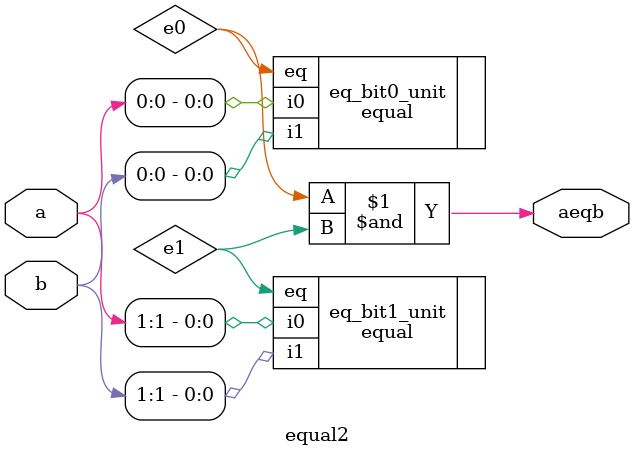
<source format=v>
module equal2
   (
    input  wire[1:0] a, b,			// a adn b are the two 2-bit numbers to compare
    output wire aeqb				// single bit output. Should be high if a adn b the same
   );

   // internal signal declaration, used to wire outpus of the 1 bit comparators
   wire e0, e1;

   // body
   // instantiate two 1-bit comparators that we already know are tested and work
   // named instantiation allows us to change order of ports.
   equal eq_bit0_unit (.i0(a[0]), .i1(b[0]), .eq(e0));
   equal eq_bit1_unit (.eq(e1), .i0(a[1]), .i1(b[1]));

   // a and b are equal if individual bits are equal, which comes from the 1-bit comparators
   assign aeqb = e0 & e1;

endmodule
</source>
